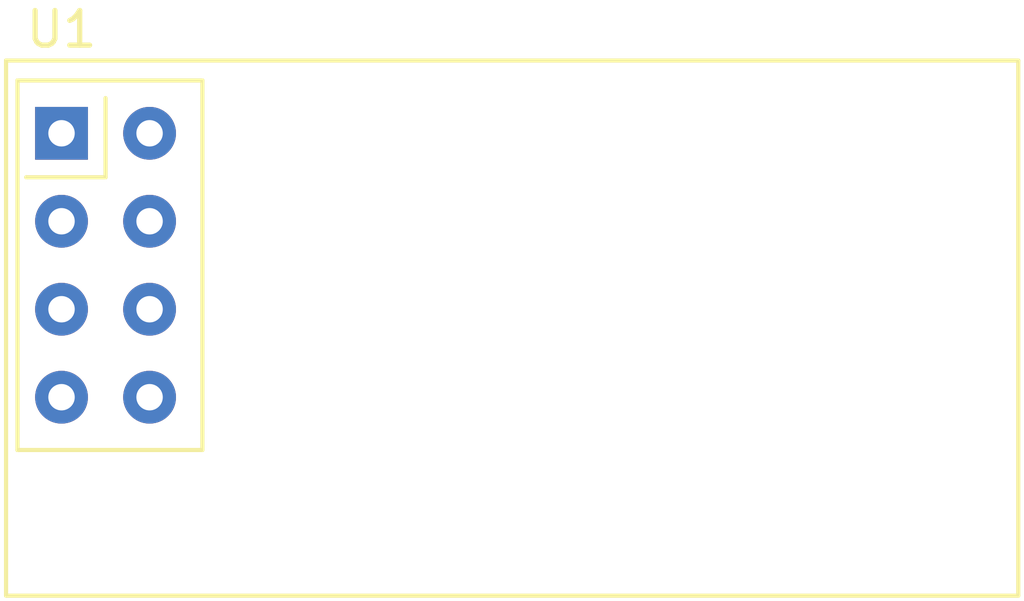
<source format=kicad_pcb>
(kicad_pcb (version 4) (host pcbnew 4.0.5)

  (general
    (links 0)
    (no_connects 0)
    (area 0 0 0 0)
    (thickness 1.6)
    (drawings 0)
    (tracks 0)
    (zones 0)
    (modules 1)
    (nets 6)
  )

  (page A4)
  (layers
    (0 F.Cu signal)
    (31 B.Cu signal)
    (32 B.Adhes user)
    (33 F.Adhes user)
    (34 B.Paste user)
    (35 F.Paste user)
    (36 B.SilkS user)
    (37 F.SilkS user)
    (38 B.Mask user)
    (39 F.Mask user)
    (40 Dwgs.User user)
    (41 Cmts.User user)
    (42 Eco1.User user)
    (43 Eco2.User user)
    (44 Edge.Cuts user)
    (45 Margin user)
    (46 B.CrtYd user)
    (47 F.CrtYd user)
    (48 B.Fab user)
    (49 F.Fab user)
  )

  (setup
    (last_trace_width 0.25)
    (trace_clearance 0.2)
    (zone_clearance 0.508)
    (zone_45_only no)
    (trace_min 0.2)
    (segment_width 0.2)
    (edge_width 0.1)
    (via_size 0.6)
    (via_drill 0.4)
    (via_min_size 0.4)
    (via_min_drill 0.3)
    (uvia_size 0.3)
    (uvia_drill 0.1)
    (uvias_allowed no)
    (uvia_min_size 0.2)
    (uvia_min_drill 0.1)
    (pcb_text_width 0.3)
    (pcb_text_size 1.5 1.5)
    (mod_edge_width 0.15)
    (mod_text_size 1 1)
    (mod_text_width 0.15)
    (pad_size 1.5 1.5)
    (pad_drill 0.6)
    (pad_to_mask_clearance 0)
    (aux_axis_origin 0 0)
    (visible_elements 7FFFFFFF)
    (pcbplotparams
      (layerselection 0x00030_80000001)
      (usegerberextensions false)
      (excludeedgelayer true)
      (linewidth 0.100000)
      (plotframeref false)
      (viasonmask false)
      (mode 1)
      (useauxorigin false)
      (hpglpennumber 1)
      (hpglpenspeed 20)
      (hpglpendiameter 15)
      (hpglpenoverlay 2)
      (psnegative false)
      (psa4output false)
      (plotreference true)
      (plotvalue true)
      (plotinvisibletext false)
      (padsonsilk false)
      (subtractmaskfromsilk false)
      (outputformat 1)
      (mirror false)
      (drillshape 1)
      (scaleselection 1)
      (outputdirectory ""))
  )

  (net 0 "")
  (net 1 "Net-(R3-Pad2)")
  (net 2 GND)
  (net 3 +BATT)
  (net 4 +5V)
  (net 5 "Net-(R1-Pad1)")

  (net_class Default "This is the default net class."
    (clearance 0.2)
    (trace_width 0.25)
    (via_dia 0.6)
    (via_drill 0.4)
    (uvia_dia 0.3)
    (uvia_drill 0.1)
    (add_net +5V)
    (add_net +BATT)
    (add_net GND)
    (add_net "Net-(R1-Pad1)")
    (add_net "Net-(R3-Pad2)")
  )

  (module RF_Modules:nRF24L01_Breakout (layer F.Cu) (tedit 587EDB46) (tstamp 58ACBCD8)
    (at 148.5011 105.0036)
    (descr "nRF24L01 breakout board")
    (tags "nRF24L01 adapter breakout")
    (path /58B8A0DF)
    (fp_text reference U1 (at 0 -3) (layer F.SilkS)
      (effects (font (size 1 1) (thickness 0.15)))
    )
    (fp_text value MCP73831 (at 13 5) (layer F.Fab)
      (effects (font (size 1 1) (thickness 0.15)))
    )
    (fp_line (start -1.5 -2) (end 27.5 -2) (layer F.Fab) (width 0.1))
    (fp_line (start 27.5 -2) (end 27.5 13.25) (layer F.Fab) (width 0.1))
    (fp_line (start 27.5 13.25) (end -1.5 13.25) (layer F.Fab) (width 0.1))
    (fp_line (start -1.5 13.25) (end -1.5 -2) (layer F.Fab) (width 0.1))
    (fp_line (start -1.5 -2) (end -1.5 -2) (layer F.Fab) (width 0.1))
    (fp_line (start -1.27 -1.27) (end 3.81 -1.27) (layer F.Fab) (width 0.1))
    (fp_line (start 3.81 -1.27) (end 3.81 8.89) (layer F.Fab) (width 0.1))
    (fp_line (start 3.81 8.89) (end -1.27 8.89) (layer F.Fab) (width 0.1))
    (fp_line (start -1.27 8.89) (end -1.27 -1.27) (layer F.Fab) (width 0.1))
    (fp_line (start -1.27 -1.27) (end -1.27 -1.27) (layer F.Fab) (width 0.1))
    (fp_line (start -1.27 -1.524) (end 4.064 -1.524) (layer F.SilkS) (width 0.12))
    (fp_line (start 4.064 -1.524) (end 4.064 9.144) (layer F.SilkS) (width 0.12))
    (fp_line (start 4.064 9.144) (end -1.27 9.144) (layer F.SilkS) (width 0.12))
    (fp_line (start -1.27 9.144) (end -1.27 9.144) (layer F.SilkS) (width 0.12))
    (fp_line (start 1.27 -1.016) (end 1.27 1.27) (layer F.SilkS) (width 0.12))
    (fp_line (start 1.27 1.27) (end -1.016 1.27) (layer F.SilkS) (width 0.12))
    (fp_line (start -1.016 1.27) (end -1.016 1.27) (layer F.SilkS) (width 0.12))
    (fp_line (start -1.6 -2.1) (end 27.6 -2.1) (layer F.SilkS) (width 0.12))
    (fp_line (start 27.6 -2.1) (end 27.6 13.35) (layer F.SilkS) (width 0.12))
    (fp_line (start 27.6 13.35) (end -1.6 13.35) (layer F.SilkS) (width 0.12))
    (fp_line (start -1.6 13.35) (end -1.6 -2.1) (layer F.SilkS) (width 0.12))
    (fp_line (start -1.6 -2.1) (end -1.6 -2.1) (layer F.SilkS) (width 0.12))
    (fp_line (start -1.27 9.144) (end -1.27 -1.524) (layer F.SilkS) (width 0.12))
    (fp_line (start -1.27 -1.524) (end -1.27 -1.524) (layer F.SilkS) (width 0.12))
    (fp_line (start 27.75 -2.25) (end -1.75 -2.25) (layer F.CrtYd) (width 0.05))
    (fp_line (start -1.75 -2.25) (end -1.75 13.5) (layer F.CrtYd) (width 0.05))
    (fp_line (start -1.75 13.5) (end 27.75 13.5) (layer F.CrtYd) (width 0.05))
    (fp_line (start 27.75 13.5) (end 27.75 -2.25) (layer F.CrtYd) (width 0.05))
    (fp_line (start 27.75 -2.25) (end 27.75 -2.25) (layer F.CrtYd) (width 0.05))
    (pad 1 thru_hole rect (at 0 0) (size 1.524 1.524) (drill 0.762) (layers *.Cu *.Mask)
      (net 1 "Net-(R3-Pad2)"))
    (pad 2 thru_hole circle (at 2.54 0) (size 1.524 1.524) (drill 0.762) (layers *.Cu *.Mask)
      (net 2 GND))
    (pad 3 thru_hole circle (at 0 2.54) (size 1.524 1.524) (drill 0.762) (layers *.Cu *.Mask)
      (net 3 +BATT))
    (pad 4 thru_hole circle (at 2.54 2.54) (size 1.524 1.524) (drill 0.762) (layers *.Cu *.Mask)
      (net 4 +5V))
    (pad 5 thru_hole circle (at 0 5.08) (size 1.524 1.524) (drill 0.762) (layers *.Cu *.Mask)
      (net 5 "Net-(R1-Pad1)"))
    (pad 6 thru_hole circle (at 2.54 5.08) (size 1.524 1.524) (drill 0.762) (layers *.Cu *.Mask))
    (pad 7 thru_hole circle (at 0 7.62) (size 1.524 1.524) (drill 0.762) (layers *.Cu *.Mask))
    (pad 8 thru_hole circle (at 2.54 7.62) (size 1.524 1.524) (drill 0.762) (layers *.Cu *.Mask))
  )

)

</source>
